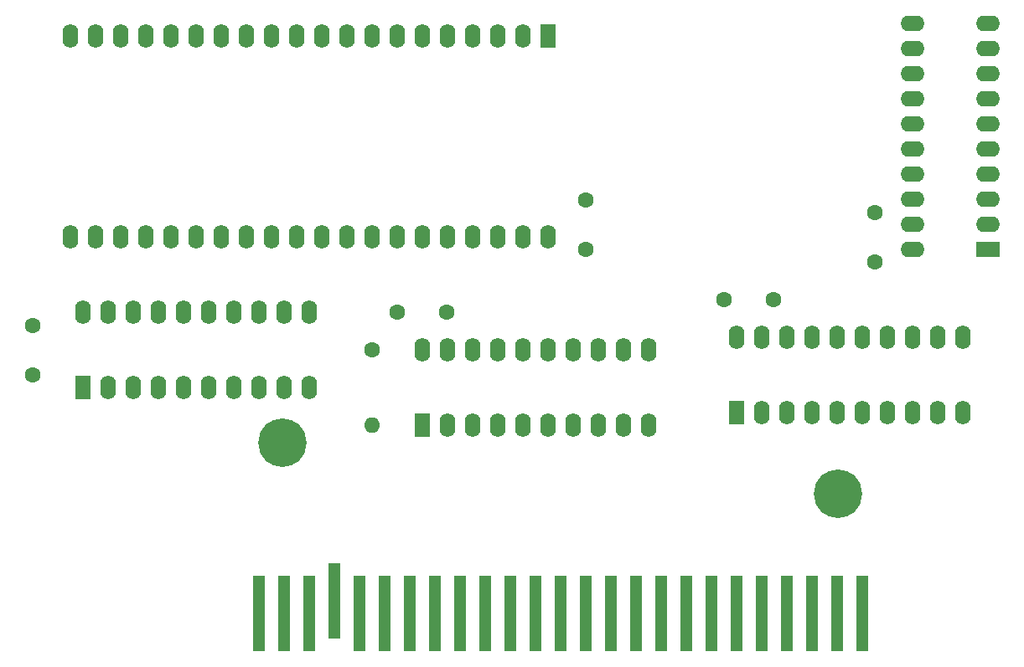
<source format=gts>
G04 #@! TF.GenerationSoftware,KiCad,Pcbnew,(6.0.9)*
G04 #@! TF.CreationDate,2023-07-19T22:39:00+02:00*
G04 #@! TF.ProjectId,Cartucho_MSX_Tang_Nano_20k_V9958,43617274-7563-4686-9f5f-4d53585f5461,rev?*
G04 #@! TF.SameCoordinates,Original*
G04 #@! TF.FileFunction,Soldermask,Top*
G04 #@! TF.FilePolarity,Negative*
%FSLAX46Y46*%
G04 Gerber Fmt 4.6, Leading zero omitted, Abs format (unit mm)*
G04 Created by KiCad (PCBNEW (6.0.9)) date 2023-07-19 22:39:00*
%MOMM*%
%LPD*%
G01*
G04 APERTURE LIST*
%ADD10C,4.900000*%
%ADD11R,1.270000X7.620000*%
%ADD12C,1.600000*%
%ADD13R,1.600000X2.400000*%
%ADD14O,1.600000X2.400000*%
%ADD15O,1.600000X1.600000*%
%ADD16R,2.400000X1.600000*%
%ADD17O,2.400000X1.600000*%
G04 APERTURE END LIST*
D10*
X83660000Y-122465000D03*
X139860000Y-127565000D03*
D11*
X142240000Y-139700000D03*
X139700000Y-139700000D03*
X137160000Y-139700000D03*
X134620000Y-139700000D03*
X132080000Y-139700000D03*
X129540000Y-139700000D03*
X127000000Y-139700000D03*
X124460000Y-139700000D03*
X121920000Y-139700000D03*
X119380000Y-139700000D03*
X116840000Y-139700000D03*
X114300000Y-139700000D03*
X111760000Y-139700000D03*
X109220000Y-139700000D03*
X106680000Y-139700000D03*
X104140000Y-139700000D03*
X101600000Y-139700000D03*
X99060000Y-139700000D03*
X96520000Y-139700000D03*
X93980000Y-139700000D03*
X91440000Y-139700000D03*
X88900000Y-138430000D03*
X86360000Y-139700000D03*
X83820000Y-139700000D03*
X81280000Y-139700000D03*
D12*
X114300000Y-102870000D03*
X114300000Y-97870000D03*
X95250000Y-109220000D03*
X100250000Y-109220000D03*
X58420000Y-115570000D03*
X58420000Y-110570000D03*
D13*
X63505000Y-116840000D03*
D14*
X66045000Y-116840000D03*
X68585000Y-116840000D03*
X71125000Y-116840000D03*
X73665000Y-116840000D03*
X76205000Y-116840000D03*
X78745000Y-116840000D03*
X81285000Y-116840000D03*
X83825000Y-116840000D03*
X86365000Y-116840000D03*
X86365000Y-109220000D03*
X83825000Y-109220000D03*
X81285000Y-109220000D03*
X78745000Y-109220000D03*
X76205000Y-109220000D03*
X73665000Y-109220000D03*
X71125000Y-109220000D03*
X68585000Y-109220000D03*
X66045000Y-109220000D03*
X63505000Y-109220000D03*
D13*
X110490000Y-81275000D03*
D14*
X107950000Y-81275000D03*
X105410000Y-81275000D03*
X102870000Y-81275000D03*
X100330000Y-81275000D03*
X97790000Y-81275000D03*
X95250000Y-81275000D03*
X92710000Y-81275000D03*
X90170000Y-81275000D03*
X87630000Y-81275000D03*
X85090000Y-81275000D03*
X82550000Y-81275000D03*
X80010000Y-81275000D03*
X77470000Y-81275000D03*
X74930000Y-81275000D03*
X72390000Y-81275000D03*
X69850000Y-81275000D03*
X67310000Y-81275000D03*
X64770000Y-81275000D03*
X62230000Y-81275000D03*
X62230000Y-101595000D03*
X64770000Y-101595000D03*
X67310000Y-101595000D03*
X69850000Y-101595000D03*
X72390000Y-101595000D03*
X74930000Y-101595000D03*
X77470000Y-101595000D03*
X80010000Y-101595000D03*
X82550000Y-101595000D03*
X85090000Y-101595000D03*
X87630000Y-101595000D03*
X90170000Y-101595000D03*
X92710000Y-101595000D03*
X95250000Y-101595000D03*
X97790000Y-101595000D03*
X100330000Y-101595000D03*
X102870000Y-101595000D03*
X105410000Y-101595000D03*
X107950000Y-101595000D03*
X110490000Y-101595000D03*
D13*
X129540000Y-119380000D03*
D14*
X132080000Y-119380000D03*
X134620000Y-119380000D03*
X137160000Y-119380000D03*
X139700000Y-119380000D03*
X142240000Y-119380000D03*
X144780000Y-119380000D03*
X147320000Y-119380000D03*
X149860000Y-119380000D03*
X152400000Y-119380000D03*
X152400000Y-111760000D03*
X149860000Y-111760000D03*
X147320000Y-111760000D03*
X144780000Y-111760000D03*
X142240000Y-111760000D03*
X139700000Y-111760000D03*
X137160000Y-111760000D03*
X134620000Y-111760000D03*
X132080000Y-111760000D03*
X129540000Y-111760000D03*
D12*
X143510000Y-104140000D03*
X143510000Y-99140000D03*
X92710000Y-113030000D03*
D15*
X92710000Y-120650000D03*
D12*
X128270000Y-107950000D03*
X133270000Y-107950000D03*
D13*
X97790000Y-120650000D03*
D14*
X100330000Y-120650000D03*
X102870000Y-120650000D03*
X105410000Y-120650000D03*
X107950000Y-120650000D03*
X110490000Y-120650000D03*
X113030000Y-120650000D03*
X115570000Y-120650000D03*
X118110000Y-120650000D03*
X120650000Y-120650000D03*
X120650000Y-113030000D03*
X118110000Y-113030000D03*
X115570000Y-113030000D03*
X113030000Y-113030000D03*
X110490000Y-113030000D03*
X107950000Y-113030000D03*
X105410000Y-113030000D03*
X102870000Y-113030000D03*
X100330000Y-113030000D03*
X97790000Y-113030000D03*
D16*
X154940000Y-102870000D03*
D17*
X154940000Y-100330000D03*
X154940000Y-97790000D03*
X154940000Y-95250000D03*
X154940000Y-92710000D03*
X154940000Y-90170000D03*
X154940000Y-87630000D03*
X154940000Y-85090000D03*
X154940000Y-82550000D03*
X154940000Y-80010000D03*
X147320000Y-80010000D03*
X147320000Y-82550000D03*
X147320000Y-85090000D03*
X147320000Y-87630000D03*
X147320000Y-90170000D03*
X147320000Y-92710000D03*
X147320000Y-95250000D03*
X147320000Y-97790000D03*
X147320000Y-100330000D03*
X147320000Y-102870000D03*
M02*

</source>
